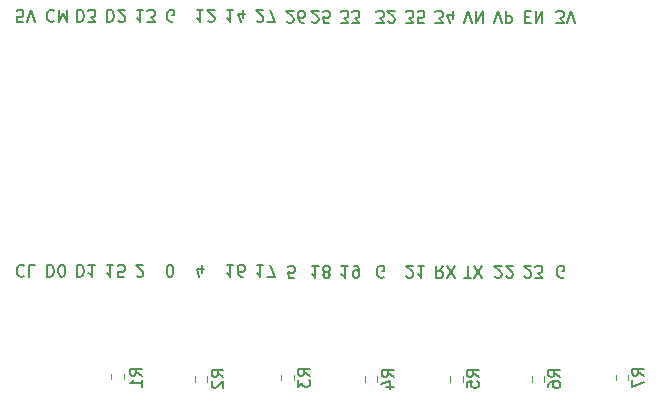
<source format=gbr>
%TF.GenerationSoftware,KiCad,Pcbnew,7.0.10*%
%TF.CreationDate,2024-02-03T19:37:43+01:00*%
%TF.ProjectId,led_stairs_controller,6c65645f-7374-4616-9972-735f636f6e74,V0.1*%
%TF.SameCoordinates,Original*%
%TF.FileFunction,Legend,Bot*%
%TF.FilePolarity,Positive*%
%FSLAX46Y46*%
G04 Gerber Fmt 4.6, Leading zero omitted, Abs format (unit mm)*
G04 Created by KiCad (PCBNEW 7.0.10) date 2024-02-03 19:37:43*
%MOMM*%
%LPD*%
G01*
G04 APERTURE LIST*
%ADD10C,0.150000*%
%ADD11C,0.120000*%
G04 APERTURE END LIST*
D10*
X136264160Y-104332442D02*
X136311779Y-104380061D01*
X136311779Y-104380061D02*
X136407017Y-104427680D01*
X136407017Y-104427680D02*
X136645112Y-104427680D01*
X136645112Y-104427680D02*
X136740350Y-104380061D01*
X136740350Y-104380061D02*
X136787969Y-104332442D01*
X136787969Y-104332442D02*
X136835588Y-104237204D01*
X136835588Y-104237204D02*
X136835588Y-104141966D01*
X136835588Y-104141966D02*
X136787969Y-103999109D01*
X136787969Y-103999109D02*
X136216541Y-103427680D01*
X136216541Y-103427680D02*
X136835588Y-103427680D01*
X137787969Y-103427680D02*
X137216541Y-103427680D01*
X137502255Y-103427680D02*
X137502255Y-104427680D01*
X137502255Y-104427680D02*
X137407017Y-104284823D01*
X137407017Y-104284823D02*
X137311779Y-104189585D01*
X137311779Y-104189585D02*
X137216541Y-104141966D01*
X126787969Y-104427680D02*
X126311779Y-104427680D01*
X126311779Y-104427680D02*
X126264160Y-103951490D01*
X126264160Y-103951490D02*
X126311779Y-103999109D01*
X126311779Y-103999109D02*
X126407017Y-104046728D01*
X126407017Y-104046728D02*
X126645112Y-104046728D01*
X126645112Y-104046728D02*
X126740350Y-103999109D01*
X126740350Y-103999109D02*
X126787969Y-103951490D01*
X126787969Y-103951490D02*
X126835588Y-103856252D01*
X126835588Y-103856252D02*
X126835588Y-103618157D01*
X126835588Y-103618157D02*
X126787969Y-103522919D01*
X126787969Y-103522919D02*
X126740350Y-103475300D01*
X126740350Y-103475300D02*
X126645112Y-103427680D01*
X126645112Y-103427680D02*
X126407017Y-103427680D01*
X126407017Y-103427680D02*
X126311779Y-103475300D01*
X126311779Y-103475300D02*
X126264160Y-103522919D01*
X143764160Y-104332442D02*
X143811779Y-104380061D01*
X143811779Y-104380061D02*
X143907017Y-104427680D01*
X143907017Y-104427680D02*
X144145112Y-104427680D01*
X144145112Y-104427680D02*
X144240350Y-104380061D01*
X144240350Y-104380061D02*
X144287969Y-104332442D01*
X144287969Y-104332442D02*
X144335588Y-104237204D01*
X144335588Y-104237204D02*
X144335588Y-104141966D01*
X144335588Y-104141966D02*
X144287969Y-103999109D01*
X144287969Y-103999109D02*
X143716541Y-103427680D01*
X143716541Y-103427680D02*
X144335588Y-103427680D01*
X144716541Y-104332442D02*
X144764160Y-104380061D01*
X144764160Y-104380061D02*
X144859398Y-104427680D01*
X144859398Y-104427680D02*
X145097493Y-104427680D01*
X145097493Y-104427680D02*
X145192731Y-104380061D01*
X145192731Y-104380061D02*
X145240350Y-104332442D01*
X145240350Y-104332442D02*
X145287969Y-104237204D01*
X145287969Y-104237204D02*
X145287969Y-104141966D01*
X145287969Y-104141966D02*
X145240350Y-103999109D01*
X145240350Y-103999109D02*
X144668922Y-103427680D01*
X144668922Y-103427680D02*
X145287969Y-103427680D01*
X126154160Y-82742442D02*
X126201779Y-82790061D01*
X126201779Y-82790061D02*
X126297017Y-82837680D01*
X126297017Y-82837680D02*
X126535112Y-82837680D01*
X126535112Y-82837680D02*
X126630350Y-82790061D01*
X126630350Y-82790061D02*
X126677969Y-82742442D01*
X126677969Y-82742442D02*
X126725588Y-82647204D01*
X126725588Y-82647204D02*
X126725588Y-82551966D01*
X126725588Y-82551966D02*
X126677969Y-82409109D01*
X126677969Y-82409109D02*
X126106541Y-81837680D01*
X126106541Y-81837680D02*
X126725588Y-81837680D01*
X127582731Y-82837680D02*
X127392255Y-82837680D01*
X127392255Y-82837680D02*
X127297017Y-82790061D01*
X127297017Y-82790061D02*
X127249398Y-82742442D01*
X127249398Y-82742442D02*
X127154160Y-82599585D01*
X127154160Y-82599585D02*
X127106541Y-82409109D01*
X127106541Y-82409109D02*
X127106541Y-82028157D01*
X127106541Y-82028157D02*
X127154160Y-81932919D01*
X127154160Y-81932919D02*
X127201779Y-81885300D01*
X127201779Y-81885300D02*
X127297017Y-81837680D01*
X127297017Y-81837680D02*
X127487493Y-81837680D01*
X127487493Y-81837680D02*
X127582731Y-81885300D01*
X127582731Y-81885300D02*
X127630350Y-81932919D01*
X127630350Y-81932919D02*
X127677969Y-82028157D01*
X127677969Y-82028157D02*
X127677969Y-82266252D01*
X127677969Y-82266252D02*
X127630350Y-82361490D01*
X127630350Y-82361490D02*
X127582731Y-82409109D01*
X127582731Y-82409109D02*
X127487493Y-82456728D01*
X127487493Y-82456728D02*
X127297017Y-82456728D01*
X127297017Y-82456728D02*
X127201779Y-82409109D01*
X127201779Y-82409109D02*
X127154160Y-82361490D01*
X127154160Y-82361490D02*
X127106541Y-82266252D01*
X133716541Y-82837680D02*
X134335588Y-82837680D01*
X134335588Y-82837680D02*
X134002255Y-82456728D01*
X134002255Y-82456728D02*
X134145112Y-82456728D01*
X134145112Y-82456728D02*
X134240350Y-82409109D01*
X134240350Y-82409109D02*
X134287969Y-82361490D01*
X134287969Y-82361490D02*
X134335588Y-82266252D01*
X134335588Y-82266252D02*
X134335588Y-82028157D01*
X134335588Y-82028157D02*
X134287969Y-81932919D01*
X134287969Y-81932919D02*
X134240350Y-81885300D01*
X134240350Y-81885300D02*
X134145112Y-81837680D01*
X134145112Y-81837680D02*
X133859398Y-81837680D01*
X133859398Y-81837680D02*
X133764160Y-81885300D01*
X133764160Y-81885300D02*
X133716541Y-81932919D01*
X134716541Y-82742442D02*
X134764160Y-82790061D01*
X134764160Y-82790061D02*
X134859398Y-82837680D01*
X134859398Y-82837680D02*
X135097493Y-82837680D01*
X135097493Y-82837680D02*
X135192731Y-82790061D01*
X135192731Y-82790061D02*
X135240350Y-82742442D01*
X135240350Y-82742442D02*
X135287969Y-82647204D01*
X135287969Y-82647204D02*
X135287969Y-82551966D01*
X135287969Y-82551966D02*
X135240350Y-82409109D01*
X135240350Y-82409109D02*
X134668922Y-81837680D01*
X134668922Y-81837680D02*
X135287969Y-81837680D01*
X108396779Y-81767680D02*
X108396779Y-82767680D01*
X108396779Y-82767680D02*
X108634874Y-82767680D01*
X108634874Y-82767680D02*
X108777731Y-82720061D01*
X108777731Y-82720061D02*
X108872969Y-82624823D01*
X108872969Y-82624823D02*
X108920588Y-82529585D01*
X108920588Y-82529585D02*
X108968207Y-82339109D01*
X108968207Y-82339109D02*
X108968207Y-82196252D01*
X108968207Y-82196252D02*
X108920588Y-82005776D01*
X108920588Y-82005776D02*
X108872969Y-81910538D01*
X108872969Y-81910538D02*
X108777731Y-81815300D01*
X108777731Y-81815300D02*
X108634874Y-81767680D01*
X108634874Y-81767680D02*
X108396779Y-81767680D01*
X109301541Y-82767680D02*
X109920588Y-82767680D01*
X109920588Y-82767680D02*
X109587255Y-82386728D01*
X109587255Y-82386728D02*
X109730112Y-82386728D01*
X109730112Y-82386728D02*
X109825350Y-82339109D01*
X109825350Y-82339109D02*
X109872969Y-82291490D01*
X109872969Y-82291490D02*
X109920588Y-82196252D01*
X109920588Y-82196252D02*
X109920588Y-81958157D01*
X109920588Y-81958157D02*
X109872969Y-81862919D01*
X109872969Y-81862919D02*
X109825350Y-81815300D01*
X109825350Y-81815300D02*
X109730112Y-81767680D01*
X109730112Y-81767680D02*
X109444398Y-81767680D01*
X109444398Y-81767680D02*
X109349160Y-81815300D01*
X109349160Y-81815300D02*
X109301541Y-81862919D01*
X130716541Y-82837680D02*
X131335588Y-82837680D01*
X131335588Y-82837680D02*
X131002255Y-82456728D01*
X131002255Y-82456728D02*
X131145112Y-82456728D01*
X131145112Y-82456728D02*
X131240350Y-82409109D01*
X131240350Y-82409109D02*
X131287969Y-82361490D01*
X131287969Y-82361490D02*
X131335588Y-82266252D01*
X131335588Y-82266252D02*
X131335588Y-82028157D01*
X131335588Y-82028157D02*
X131287969Y-81932919D01*
X131287969Y-81932919D02*
X131240350Y-81885300D01*
X131240350Y-81885300D02*
X131145112Y-81837680D01*
X131145112Y-81837680D02*
X130859398Y-81837680D01*
X130859398Y-81837680D02*
X130764160Y-81885300D01*
X130764160Y-81885300D02*
X130716541Y-81932919D01*
X131668922Y-82837680D02*
X132287969Y-82837680D01*
X132287969Y-82837680D02*
X131954636Y-82456728D01*
X131954636Y-82456728D02*
X132097493Y-82456728D01*
X132097493Y-82456728D02*
X132192731Y-82409109D01*
X132192731Y-82409109D02*
X132240350Y-82361490D01*
X132240350Y-82361490D02*
X132287969Y-82266252D01*
X132287969Y-82266252D02*
X132287969Y-82028157D01*
X132287969Y-82028157D02*
X132240350Y-81932919D01*
X132240350Y-81932919D02*
X132192731Y-81885300D01*
X132192731Y-81885300D02*
X132097493Y-81837680D01*
X132097493Y-81837680D02*
X131811779Y-81837680D01*
X131811779Y-81837680D02*
X131716541Y-81885300D01*
X131716541Y-81885300D02*
X131668922Y-81932919D01*
X103888207Y-103452919D02*
X103840588Y-103405300D01*
X103840588Y-103405300D02*
X103697731Y-103357680D01*
X103697731Y-103357680D02*
X103602493Y-103357680D01*
X103602493Y-103357680D02*
X103459636Y-103405300D01*
X103459636Y-103405300D02*
X103364398Y-103500538D01*
X103364398Y-103500538D02*
X103316779Y-103595776D01*
X103316779Y-103595776D02*
X103269160Y-103786252D01*
X103269160Y-103786252D02*
X103269160Y-103929109D01*
X103269160Y-103929109D02*
X103316779Y-104119585D01*
X103316779Y-104119585D02*
X103364398Y-104214823D01*
X103364398Y-104214823D02*
X103459636Y-104310061D01*
X103459636Y-104310061D02*
X103602493Y-104357680D01*
X103602493Y-104357680D02*
X103697731Y-104357680D01*
X103697731Y-104357680D02*
X103840588Y-104310061D01*
X103840588Y-104310061D02*
X103888207Y-104262442D01*
X104792969Y-103357680D02*
X104316779Y-103357680D01*
X104316779Y-103357680D02*
X104316779Y-104357680D01*
X143668922Y-82837680D02*
X144002255Y-81837680D01*
X144002255Y-81837680D02*
X144335588Y-82837680D01*
X144668922Y-81837680D02*
X144668922Y-82837680D01*
X144668922Y-82837680D02*
X145049874Y-82837680D01*
X145049874Y-82837680D02*
X145145112Y-82790061D01*
X145145112Y-82790061D02*
X145192731Y-82742442D01*
X145192731Y-82742442D02*
X145240350Y-82647204D01*
X145240350Y-82647204D02*
X145240350Y-82504347D01*
X145240350Y-82504347D02*
X145192731Y-82409109D01*
X145192731Y-82409109D02*
X145145112Y-82361490D01*
X145145112Y-82361490D02*
X145049874Y-82313871D01*
X145049874Y-82313871D02*
X144668922Y-82313871D01*
X119080588Y-81767680D02*
X118509160Y-81767680D01*
X118794874Y-81767680D02*
X118794874Y-82767680D01*
X118794874Y-82767680D02*
X118699636Y-82624823D01*
X118699636Y-82624823D02*
X118604398Y-82529585D01*
X118604398Y-82529585D02*
X118509160Y-82481966D01*
X119461541Y-82672442D02*
X119509160Y-82720061D01*
X119509160Y-82720061D02*
X119604398Y-82767680D01*
X119604398Y-82767680D02*
X119842493Y-82767680D01*
X119842493Y-82767680D02*
X119937731Y-82720061D01*
X119937731Y-82720061D02*
X119985350Y-82672442D01*
X119985350Y-82672442D02*
X120032969Y-82577204D01*
X120032969Y-82577204D02*
X120032969Y-82481966D01*
X120032969Y-82481966D02*
X119985350Y-82339109D01*
X119985350Y-82339109D02*
X119413922Y-81767680D01*
X119413922Y-81767680D02*
X120032969Y-81767680D01*
X106428207Y-81862919D02*
X106380588Y-81815300D01*
X106380588Y-81815300D02*
X106237731Y-81767680D01*
X106237731Y-81767680D02*
X106142493Y-81767680D01*
X106142493Y-81767680D02*
X105999636Y-81815300D01*
X105999636Y-81815300D02*
X105904398Y-81910538D01*
X105904398Y-81910538D02*
X105856779Y-82005776D01*
X105856779Y-82005776D02*
X105809160Y-82196252D01*
X105809160Y-82196252D02*
X105809160Y-82339109D01*
X105809160Y-82339109D02*
X105856779Y-82529585D01*
X105856779Y-82529585D02*
X105904398Y-82624823D01*
X105904398Y-82624823D02*
X105999636Y-82720061D01*
X105999636Y-82720061D02*
X106142493Y-82767680D01*
X106142493Y-82767680D02*
X106237731Y-82767680D01*
X106237731Y-82767680D02*
X106380588Y-82720061D01*
X106380588Y-82720061D02*
X106428207Y-82672442D01*
X106856779Y-81767680D02*
X106856779Y-82767680D01*
X106856779Y-82767680D02*
X107190112Y-82053395D01*
X107190112Y-82053395D02*
X107523445Y-82767680D01*
X107523445Y-82767680D02*
X107523445Y-81767680D01*
X138716541Y-82837680D02*
X139335588Y-82837680D01*
X139335588Y-82837680D02*
X139002255Y-82456728D01*
X139002255Y-82456728D02*
X139145112Y-82456728D01*
X139145112Y-82456728D02*
X139240350Y-82409109D01*
X139240350Y-82409109D02*
X139287969Y-82361490D01*
X139287969Y-82361490D02*
X139335588Y-82266252D01*
X139335588Y-82266252D02*
X139335588Y-82028157D01*
X139335588Y-82028157D02*
X139287969Y-81932919D01*
X139287969Y-81932919D02*
X139240350Y-81885300D01*
X139240350Y-81885300D02*
X139145112Y-81837680D01*
X139145112Y-81837680D02*
X138859398Y-81837680D01*
X138859398Y-81837680D02*
X138764160Y-81885300D01*
X138764160Y-81885300D02*
X138716541Y-81932919D01*
X140192731Y-82504347D02*
X140192731Y-81837680D01*
X139954636Y-82885300D02*
X139716541Y-82171014D01*
X139716541Y-82171014D02*
X140335588Y-82171014D01*
X124160588Y-103357680D02*
X123589160Y-103357680D01*
X123874874Y-103357680D02*
X123874874Y-104357680D01*
X123874874Y-104357680D02*
X123779636Y-104214823D01*
X123779636Y-104214823D02*
X123684398Y-104119585D01*
X123684398Y-104119585D02*
X123589160Y-104071966D01*
X124493922Y-104357680D02*
X125160588Y-104357680D01*
X125160588Y-104357680D02*
X124732017Y-103357680D01*
X105856779Y-103357680D02*
X105856779Y-104357680D01*
X105856779Y-104357680D02*
X106094874Y-104357680D01*
X106094874Y-104357680D02*
X106237731Y-104310061D01*
X106237731Y-104310061D02*
X106332969Y-104214823D01*
X106332969Y-104214823D02*
X106380588Y-104119585D01*
X106380588Y-104119585D02*
X106428207Y-103929109D01*
X106428207Y-103929109D02*
X106428207Y-103786252D01*
X106428207Y-103786252D02*
X106380588Y-103595776D01*
X106380588Y-103595776D02*
X106332969Y-103500538D01*
X106332969Y-103500538D02*
X106237731Y-103405300D01*
X106237731Y-103405300D02*
X106094874Y-103357680D01*
X106094874Y-103357680D02*
X105856779Y-103357680D01*
X107047255Y-104357680D02*
X107142493Y-104357680D01*
X107142493Y-104357680D02*
X107237731Y-104310061D01*
X107237731Y-104310061D02*
X107285350Y-104262442D01*
X107285350Y-104262442D02*
X107332969Y-104167204D01*
X107332969Y-104167204D02*
X107380588Y-103976728D01*
X107380588Y-103976728D02*
X107380588Y-103738633D01*
X107380588Y-103738633D02*
X107332969Y-103548157D01*
X107332969Y-103548157D02*
X107285350Y-103452919D01*
X107285350Y-103452919D02*
X107237731Y-103405300D01*
X107237731Y-103405300D02*
X107142493Y-103357680D01*
X107142493Y-103357680D02*
X107047255Y-103357680D01*
X107047255Y-103357680D02*
X106952017Y-103405300D01*
X106952017Y-103405300D02*
X106904398Y-103452919D01*
X106904398Y-103452919D02*
X106856779Y-103548157D01*
X106856779Y-103548157D02*
X106809160Y-103738633D01*
X106809160Y-103738633D02*
X106809160Y-103976728D01*
X106809160Y-103976728D02*
X106856779Y-104167204D01*
X106856779Y-104167204D02*
X106904398Y-104262442D01*
X106904398Y-104262442D02*
X106952017Y-104310061D01*
X106952017Y-104310061D02*
X107047255Y-104357680D01*
X108396779Y-103357680D02*
X108396779Y-104357680D01*
X108396779Y-104357680D02*
X108634874Y-104357680D01*
X108634874Y-104357680D02*
X108777731Y-104310061D01*
X108777731Y-104310061D02*
X108872969Y-104214823D01*
X108872969Y-104214823D02*
X108920588Y-104119585D01*
X108920588Y-104119585D02*
X108968207Y-103929109D01*
X108968207Y-103929109D02*
X108968207Y-103786252D01*
X108968207Y-103786252D02*
X108920588Y-103595776D01*
X108920588Y-103595776D02*
X108872969Y-103500538D01*
X108872969Y-103500538D02*
X108777731Y-103405300D01*
X108777731Y-103405300D02*
X108634874Y-103357680D01*
X108634874Y-103357680D02*
X108396779Y-103357680D01*
X109920588Y-103357680D02*
X109349160Y-103357680D01*
X109634874Y-103357680D02*
X109634874Y-104357680D01*
X109634874Y-104357680D02*
X109539636Y-104214823D01*
X109539636Y-104214823D02*
X109444398Y-104119585D01*
X109444398Y-104119585D02*
X109349160Y-104071966D01*
X141168922Y-104427680D02*
X141740350Y-104427680D01*
X141454636Y-103427680D02*
X141454636Y-104427680D01*
X141978446Y-104427680D02*
X142645112Y-103427680D01*
X142645112Y-104427680D02*
X141978446Y-103427680D01*
X128264160Y-82742442D02*
X128311779Y-82790061D01*
X128311779Y-82790061D02*
X128407017Y-82837680D01*
X128407017Y-82837680D02*
X128645112Y-82837680D01*
X128645112Y-82837680D02*
X128740350Y-82790061D01*
X128740350Y-82790061D02*
X128787969Y-82742442D01*
X128787969Y-82742442D02*
X128835588Y-82647204D01*
X128835588Y-82647204D02*
X128835588Y-82551966D01*
X128835588Y-82551966D02*
X128787969Y-82409109D01*
X128787969Y-82409109D02*
X128216541Y-81837680D01*
X128216541Y-81837680D02*
X128835588Y-81837680D01*
X129740350Y-82837680D02*
X129264160Y-82837680D01*
X129264160Y-82837680D02*
X129216541Y-82361490D01*
X129216541Y-82361490D02*
X129264160Y-82409109D01*
X129264160Y-82409109D02*
X129359398Y-82456728D01*
X129359398Y-82456728D02*
X129597493Y-82456728D01*
X129597493Y-82456728D02*
X129692731Y-82409109D01*
X129692731Y-82409109D02*
X129740350Y-82361490D01*
X129740350Y-82361490D02*
X129787969Y-82266252D01*
X129787969Y-82266252D02*
X129787969Y-82028157D01*
X129787969Y-82028157D02*
X129740350Y-81932919D01*
X129740350Y-81932919D02*
X129692731Y-81885300D01*
X129692731Y-81885300D02*
X129597493Y-81837680D01*
X129597493Y-81837680D02*
X129359398Y-81837680D01*
X129359398Y-81837680D02*
X129264160Y-81885300D01*
X129264160Y-81885300D02*
X129216541Y-81932919D01*
X134335588Y-104380061D02*
X134240350Y-104427680D01*
X134240350Y-104427680D02*
X134097493Y-104427680D01*
X134097493Y-104427680D02*
X133954636Y-104380061D01*
X133954636Y-104380061D02*
X133859398Y-104284823D01*
X133859398Y-104284823D02*
X133811779Y-104189585D01*
X133811779Y-104189585D02*
X133764160Y-103999109D01*
X133764160Y-103999109D02*
X133764160Y-103856252D01*
X133764160Y-103856252D02*
X133811779Y-103665776D01*
X133811779Y-103665776D02*
X133859398Y-103570538D01*
X133859398Y-103570538D02*
X133954636Y-103475300D01*
X133954636Y-103475300D02*
X134097493Y-103427680D01*
X134097493Y-103427680D02*
X134192731Y-103427680D01*
X134192731Y-103427680D02*
X134335588Y-103475300D01*
X134335588Y-103475300D02*
X134383207Y-103522919D01*
X134383207Y-103522919D02*
X134383207Y-103856252D01*
X134383207Y-103856252D02*
X134192731Y-103856252D01*
X110936779Y-81767680D02*
X110936779Y-82767680D01*
X110936779Y-82767680D02*
X111174874Y-82767680D01*
X111174874Y-82767680D02*
X111317731Y-82720061D01*
X111317731Y-82720061D02*
X111412969Y-82624823D01*
X111412969Y-82624823D02*
X111460588Y-82529585D01*
X111460588Y-82529585D02*
X111508207Y-82339109D01*
X111508207Y-82339109D02*
X111508207Y-82196252D01*
X111508207Y-82196252D02*
X111460588Y-82005776D01*
X111460588Y-82005776D02*
X111412969Y-81910538D01*
X111412969Y-81910538D02*
X111317731Y-81815300D01*
X111317731Y-81815300D02*
X111174874Y-81767680D01*
X111174874Y-81767680D02*
X110936779Y-81767680D01*
X111889160Y-82672442D02*
X111936779Y-82720061D01*
X111936779Y-82720061D02*
X112032017Y-82767680D01*
X112032017Y-82767680D02*
X112270112Y-82767680D01*
X112270112Y-82767680D02*
X112365350Y-82720061D01*
X112365350Y-82720061D02*
X112412969Y-82672442D01*
X112412969Y-82672442D02*
X112460588Y-82577204D01*
X112460588Y-82577204D02*
X112460588Y-82481966D01*
X112460588Y-82481966D02*
X112412969Y-82339109D01*
X112412969Y-82339109D02*
X111841541Y-81767680D01*
X111841541Y-81767680D02*
X112460588Y-81767680D01*
X141168922Y-82837680D02*
X141502255Y-81837680D01*
X141502255Y-81837680D02*
X141835588Y-82837680D01*
X142168922Y-81837680D02*
X142168922Y-82837680D01*
X142168922Y-82837680D02*
X142740350Y-81837680D01*
X142740350Y-81837680D02*
X142740350Y-82837680D01*
X113429160Y-104262442D02*
X113476779Y-104310061D01*
X113476779Y-104310061D02*
X113572017Y-104357680D01*
X113572017Y-104357680D02*
X113810112Y-104357680D01*
X113810112Y-104357680D02*
X113905350Y-104310061D01*
X113905350Y-104310061D02*
X113952969Y-104262442D01*
X113952969Y-104262442D02*
X114000588Y-104167204D01*
X114000588Y-104167204D02*
X114000588Y-104071966D01*
X114000588Y-104071966D02*
X113952969Y-103929109D01*
X113952969Y-103929109D02*
X113381541Y-103357680D01*
X113381541Y-103357680D02*
X114000588Y-103357680D01*
X123589160Y-82672442D02*
X123636779Y-82720061D01*
X123636779Y-82720061D02*
X123732017Y-82767680D01*
X123732017Y-82767680D02*
X123970112Y-82767680D01*
X123970112Y-82767680D02*
X124065350Y-82720061D01*
X124065350Y-82720061D02*
X124112969Y-82672442D01*
X124112969Y-82672442D02*
X124160588Y-82577204D01*
X124160588Y-82577204D02*
X124160588Y-82481966D01*
X124160588Y-82481966D02*
X124112969Y-82339109D01*
X124112969Y-82339109D02*
X123541541Y-81767680D01*
X123541541Y-81767680D02*
X124160588Y-81767680D01*
X124493922Y-82767680D02*
X125160588Y-82767680D01*
X125160588Y-82767680D02*
X124732017Y-81767680D01*
X148966541Y-82837680D02*
X149585588Y-82837680D01*
X149585588Y-82837680D02*
X149252255Y-82456728D01*
X149252255Y-82456728D02*
X149395112Y-82456728D01*
X149395112Y-82456728D02*
X149490350Y-82409109D01*
X149490350Y-82409109D02*
X149537969Y-82361490D01*
X149537969Y-82361490D02*
X149585588Y-82266252D01*
X149585588Y-82266252D02*
X149585588Y-82028157D01*
X149585588Y-82028157D02*
X149537969Y-81932919D01*
X149537969Y-81932919D02*
X149490350Y-81885300D01*
X149490350Y-81885300D02*
X149395112Y-81837680D01*
X149395112Y-81837680D02*
X149109398Y-81837680D01*
X149109398Y-81837680D02*
X149014160Y-81885300D01*
X149014160Y-81885300D02*
X148966541Y-81932919D01*
X149871303Y-82837680D02*
X150204636Y-81837680D01*
X150204636Y-81837680D02*
X150537969Y-82837680D01*
X103792969Y-82767680D02*
X103316779Y-82767680D01*
X103316779Y-82767680D02*
X103269160Y-82291490D01*
X103269160Y-82291490D02*
X103316779Y-82339109D01*
X103316779Y-82339109D02*
X103412017Y-82386728D01*
X103412017Y-82386728D02*
X103650112Y-82386728D01*
X103650112Y-82386728D02*
X103745350Y-82339109D01*
X103745350Y-82339109D02*
X103792969Y-82291490D01*
X103792969Y-82291490D02*
X103840588Y-82196252D01*
X103840588Y-82196252D02*
X103840588Y-81958157D01*
X103840588Y-81958157D02*
X103792969Y-81862919D01*
X103792969Y-81862919D02*
X103745350Y-81815300D01*
X103745350Y-81815300D02*
X103650112Y-81767680D01*
X103650112Y-81767680D02*
X103412017Y-81767680D01*
X103412017Y-81767680D02*
X103316779Y-81815300D01*
X103316779Y-81815300D02*
X103269160Y-81862919D01*
X104126303Y-82767680D02*
X104459636Y-81767680D01*
X104459636Y-81767680D02*
X104792969Y-82767680D01*
X128835588Y-103427680D02*
X128264160Y-103427680D01*
X128549874Y-103427680D02*
X128549874Y-104427680D01*
X128549874Y-104427680D02*
X128454636Y-104284823D01*
X128454636Y-104284823D02*
X128359398Y-104189585D01*
X128359398Y-104189585D02*
X128264160Y-104141966D01*
X129407017Y-103999109D02*
X129311779Y-104046728D01*
X129311779Y-104046728D02*
X129264160Y-104094347D01*
X129264160Y-104094347D02*
X129216541Y-104189585D01*
X129216541Y-104189585D02*
X129216541Y-104237204D01*
X129216541Y-104237204D02*
X129264160Y-104332442D01*
X129264160Y-104332442D02*
X129311779Y-104380061D01*
X129311779Y-104380061D02*
X129407017Y-104427680D01*
X129407017Y-104427680D02*
X129597493Y-104427680D01*
X129597493Y-104427680D02*
X129692731Y-104380061D01*
X129692731Y-104380061D02*
X129740350Y-104332442D01*
X129740350Y-104332442D02*
X129787969Y-104237204D01*
X129787969Y-104237204D02*
X129787969Y-104189585D01*
X129787969Y-104189585D02*
X129740350Y-104094347D01*
X129740350Y-104094347D02*
X129692731Y-104046728D01*
X129692731Y-104046728D02*
X129597493Y-103999109D01*
X129597493Y-103999109D02*
X129407017Y-103999109D01*
X129407017Y-103999109D02*
X129311779Y-103951490D01*
X129311779Y-103951490D02*
X129264160Y-103903871D01*
X129264160Y-103903871D02*
X129216541Y-103808633D01*
X129216541Y-103808633D02*
X129216541Y-103618157D01*
X129216541Y-103618157D02*
X129264160Y-103522919D01*
X129264160Y-103522919D02*
X129311779Y-103475300D01*
X129311779Y-103475300D02*
X129407017Y-103427680D01*
X129407017Y-103427680D02*
X129597493Y-103427680D01*
X129597493Y-103427680D02*
X129692731Y-103475300D01*
X129692731Y-103475300D02*
X129740350Y-103522919D01*
X129740350Y-103522919D02*
X129787969Y-103618157D01*
X129787969Y-103618157D02*
X129787969Y-103808633D01*
X129787969Y-103808633D02*
X129740350Y-103903871D01*
X129740350Y-103903871D02*
X129692731Y-103951490D01*
X129692731Y-103951490D02*
X129597493Y-103999109D01*
X149585588Y-104380061D02*
X149490350Y-104427680D01*
X149490350Y-104427680D02*
X149347493Y-104427680D01*
X149347493Y-104427680D02*
X149204636Y-104380061D01*
X149204636Y-104380061D02*
X149109398Y-104284823D01*
X149109398Y-104284823D02*
X149061779Y-104189585D01*
X149061779Y-104189585D02*
X149014160Y-103999109D01*
X149014160Y-103999109D02*
X149014160Y-103856252D01*
X149014160Y-103856252D02*
X149061779Y-103665776D01*
X149061779Y-103665776D02*
X149109398Y-103570538D01*
X149109398Y-103570538D02*
X149204636Y-103475300D01*
X149204636Y-103475300D02*
X149347493Y-103427680D01*
X149347493Y-103427680D02*
X149442731Y-103427680D01*
X149442731Y-103427680D02*
X149585588Y-103475300D01*
X149585588Y-103475300D02*
X149633207Y-103522919D01*
X149633207Y-103522919D02*
X149633207Y-103856252D01*
X149633207Y-103856252D02*
X149442731Y-103856252D01*
X111460588Y-103357680D02*
X110889160Y-103357680D01*
X111174874Y-103357680D02*
X111174874Y-104357680D01*
X111174874Y-104357680D02*
X111079636Y-104214823D01*
X111079636Y-104214823D02*
X110984398Y-104119585D01*
X110984398Y-104119585D02*
X110889160Y-104071966D01*
X112365350Y-104357680D02*
X111889160Y-104357680D01*
X111889160Y-104357680D02*
X111841541Y-103881490D01*
X111841541Y-103881490D02*
X111889160Y-103929109D01*
X111889160Y-103929109D02*
X111984398Y-103976728D01*
X111984398Y-103976728D02*
X112222493Y-103976728D01*
X112222493Y-103976728D02*
X112317731Y-103929109D01*
X112317731Y-103929109D02*
X112365350Y-103881490D01*
X112365350Y-103881490D02*
X112412969Y-103786252D01*
X112412969Y-103786252D02*
X112412969Y-103548157D01*
X112412969Y-103548157D02*
X112365350Y-103452919D01*
X112365350Y-103452919D02*
X112317731Y-103405300D01*
X112317731Y-103405300D02*
X112222493Y-103357680D01*
X112222493Y-103357680D02*
X111984398Y-103357680D01*
X111984398Y-103357680D02*
X111889160Y-103405300D01*
X111889160Y-103405300D02*
X111841541Y-103452919D01*
X121620588Y-81767680D02*
X121049160Y-81767680D01*
X121334874Y-81767680D02*
X121334874Y-82767680D01*
X121334874Y-82767680D02*
X121239636Y-82624823D01*
X121239636Y-82624823D02*
X121144398Y-82529585D01*
X121144398Y-82529585D02*
X121049160Y-82481966D01*
X122477731Y-82434347D02*
X122477731Y-81767680D01*
X122239636Y-82815300D02*
X122001541Y-82101014D01*
X122001541Y-82101014D02*
X122620588Y-82101014D01*
X121620588Y-103357680D02*
X121049160Y-103357680D01*
X121334874Y-103357680D02*
X121334874Y-104357680D01*
X121334874Y-104357680D02*
X121239636Y-104214823D01*
X121239636Y-104214823D02*
X121144398Y-104119585D01*
X121144398Y-104119585D02*
X121049160Y-104071966D01*
X122477731Y-104357680D02*
X122287255Y-104357680D01*
X122287255Y-104357680D02*
X122192017Y-104310061D01*
X122192017Y-104310061D02*
X122144398Y-104262442D01*
X122144398Y-104262442D02*
X122049160Y-104119585D01*
X122049160Y-104119585D02*
X122001541Y-103929109D01*
X122001541Y-103929109D02*
X122001541Y-103548157D01*
X122001541Y-103548157D02*
X122049160Y-103452919D01*
X122049160Y-103452919D02*
X122096779Y-103405300D01*
X122096779Y-103405300D02*
X122192017Y-103357680D01*
X122192017Y-103357680D02*
X122382493Y-103357680D01*
X122382493Y-103357680D02*
X122477731Y-103405300D01*
X122477731Y-103405300D02*
X122525350Y-103452919D01*
X122525350Y-103452919D02*
X122572969Y-103548157D01*
X122572969Y-103548157D02*
X122572969Y-103786252D01*
X122572969Y-103786252D02*
X122525350Y-103881490D01*
X122525350Y-103881490D02*
X122477731Y-103929109D01*
X122477731Y-103929109D02*
X122382493Y-103976728D01*
X122382493Y-103976728D02*
X122192017Y-103976728D01*
X122192017Y-103976728D02*
X122096779Y-103929109D01*
X122096779Y-103929109D02*
X122049160Y-103881490D01*
X122049160Y-103881490D02*
X122001541Y-103786252D01*
X116540588Y-82720061D02*
X116445350Y-82767680D01*
X116445350Y-82767680D02*
X116302493Y-82767680D01*
X116302493Y-82767680D02*
X116159636Y-82720061D01*
X116159636Y-82720061D02*
X116064398Y-82624823D01*
X116064398Y-82624823D02*
X116016779Y-82529585D01*
X116016779Y-82529585D02*
X115969160Y-82339109D01*
X115969160Y-82339109D02*
X115969160Y-82196252D01*
X115969160Y-82196252D02*
X116016779Y-82005776D01*
X116016779Y-82005776D02*
X116064398Y-81910538D01*
X116064398Y-81910538D02*
X116159636Y-81815300D01*
X116159636Y-81815300D02*
X116302493Y-81767680D01*
X116302493Y-81767680D02*
X116397731Y-81767680D01*
X116397731Y-81767680D02*
X116540588Y-81815300D01*
X116540588Y-81815300D02*
X116588207Y-81862919D01*
X116588207Y-81862919D02*
X116588207Y-82196252D01*
X116588207Y-82196252D02*
X116397731Y-82196252D01*
X116207255Y-104357680D02*
X116302493Y-104357680D01*
X116302493Y-104357680D02*
X116397731Y-104310061D01*
X116397731Y-104310061D02*
X116445350Y-104262442D01*
X116445350Y-104262442D02*
X116492969Y-104167204D01*
X116492969Y-104167204D02*
X116540588Y-103976728D01*
X116540588Y-103976728D02*
X116540588Y-103738633D01*
X116540588Y-103738633D02*
X116492969Y-103548157D01*
X116492969Y-103548157D02*
X116445350Y-103452919D01*
X116445350Y-103452919D02*
X116397731Y-103405300D01*
X116397731Y-103405300D02*
X116302493Y-103357680D01*
X116302493Y-103357680D02*
X116207255Y-103357680D01*
X116207255Y-103357680D02*
X116112017Y-103405300D01*
X116112017Y-103405300D02*
X116064398Y-103452919D01*
X116064398Y-103452919D02*
X116016779Y-103548157D01*
X116016779Y-103548157D02*
X115969160Y-103738633D01*
X115969160Y-103738633D02*
X115969160Y-103976728D01*
X115969160Y-103976728D02*
X116016779Y-104167204D01*
X116016779Y-104167204D02*
X116064398Y-104262442D01*
X116064398Y-104262442D02*
X116112017Y-104310061D01*
X116112017Y-104310061D02*
X116207255Y-104357680D01*
X131335588Y-103427680D02*
X130764160Y-103427680D01*
X131049874Y-103427680D02*
X131049874Y-104427680D01*
X131049874Y-104427680D02*
X130954636Y-104284823D01*
X130954636Y-104284823D02*
X130859398Y-104189585D01*
X130859398Y-104189585D02*
X130764160Y-104141966D01*
X131811779Y-103427680D02*
X132002255Y-103427680D01*
X132002255Y-103427680D02*
X132097493Y-103475300D01*
X132097493Y-103475300D02*
X132145112Y-103522919D01*
X132145112Y-103522919D02*
X132240350Y-103665776D01*
X132240350Y-103665776D02*
X132287969Y-103856252D01*
X132287969Y-103856252D02*
X132287969Y-104237204D01*
X132287969Y-104237204D02*
X132240350Y-104332442D01*
X132240350Y-104332442D02*
X132192731Y-104380061D01*
X132192731Y-104380061D02*
X132097493Y-104427680D01*
X132097493Y-104427680D02*
X131907017Y-104427680D01*
X131907017Y-104427680D02*
X131811779Y-104380061D01*
X131811779Y-104380061D02*
X131764160Y-104332442D01*
X131764160Y-104332442D02*
X131716541Y-104237204D01*
X131716541Y-104237204D02*
X131716541Y-103999109D01*
X131716541Y-103999109D02*
X131764160Y-103903871D01*
X131764160Y-103903871D02*
X131811779Y-103856252D01*
X131811779Y-103856252D02*
X131907017Y-103808633D01*
X131907017Y-103808633D02*
X132097493Y-103808633D01*
X132097493Y-103808633D02*
X132192731Y-103856252D01*
X132192731Y-103856252D02*
X132240350Y-103903871D01*
X132240350Y-103903871D02*
X132287969Y-103999109D01*
X136216541Y-82837680D02*
X136835588Y-82837680D01*
X136835588Y-82837680D02*
X136502255Y-82456728D01*
X136502255Y-82456728D02*
X136645112Y-82456728D01*
X136645112Y-82456728D02*
X136740350Y-82409109D01*
X136740350Y-82409109D02*
X136787969Y-82361490D01*
X136787969Y-82361490D02*
X136835588Y-82266252D01*
X136835588Y-82266252D02*
X136835588Y-82028157D01*
X136835588Y-82028157D02*
X136787969Y-81932919D01*
X136787969Y-81932919D02*
X136740350Y-81885300D01*
X136740350Y-81885300D02*
X136645112Y-81837680D01*
X136645112Y-81837680D02*
X136359398Y-81837680D01*
X136359398Y-81837680D02*
X136264160Y-81885300D01*
X136264160Y-81885300D02*
X136216541Y-81932919D01*
X137740350Y-82837680D02*
X137264160Y-82837680D01*
X137264160Y-82837680D02*
X137216541Y-82361490D01*
X137216541Y-82361490D02*
X137264160Y-82409109D01*
X137264160Y-82409109D02*
X137359398Y-82456728D01*
X137359398Y-82456728D02*
X137597493Y-82456728D01*
X137597493Y-82456728D02*
X137692731Y-82409109D01*
X137692731Y-82409109D02*
X137740350Y-82361490D01*
X137740350Y-82361490D02*
X137787969Y-82266252D01*
X137787969Y-82266252D02*
X137787969Y-82028157D01*
X137787969Y-82028157D02*
X137740350Y-81932919D01*
X137740350Y-81932919D02*
X137692731Y-81885300D01*
X137692731Y-81885300D02*
X137597493Y-81837680D01*
X137597493Y-81837680D02*
X137359398Y-81837680D01*
X137359398Y-81837680D02*
X137264160Y-81885300D01*
X137264160Y-81885300D02*
X137216541Y-81932919D01*
X146264160Y-104332442D02*
X146311779Y-104380061D01*
X146311779Y-104380061D02*
X146407017Y-104427680D01*
X146407017Y-104427680D02*
X146645112Y-104427680D01*
X146645112Y-104427680D02*
X146740350Y-104380061D01*
X146740350Y-104380061D02*
X146787969Y-104332442D01*
X146787969Y-104332442D02*
X146835588Y-104237204D01*
X146835588Y-104237204D02*
X146835588Y-104141966D01*
X146835588Y-104141966D02*
X146787969Y-103999109D01*
X146787969Y-103999109D02*
X146216541Y-103427680D01*
X146216541Y-103427680D02*
X146835588Y-103427680D01*
X147168922Y-104427680D02*
X147787969Y-104427680D01*
X147787969Y-104427680D02*
X147454636Y-104046728D01*
X147454636Y-104046728D02*
X147597493Y-104046728D01*
X147597493Y-104046728D02*
X147692731Y-103999109D01*
X147692731Y-103999109D02*
X147740350Y-103951490D01*
X147740350Y-103951490D02*
X147787969Y-103856252D01*
X147787969Y-103856252D02*
X147787969Y-103618157D01*
X147787969Y-103618157D02*
X147740350Y-103522919D01*
X147740350Y-103522919D02*
X147692731Y-103475300D01*
X147692731Y-103475300D02*
X147597493Y-103427680D01*
X147597493Y-103427680D02*
X147311779Y-103427680D01*
X147311779Y-103427680D02*
X147216541Y-103475300D01*
X147216541Y-103475300D02*
X147168922Y-103522919D01*
X114000588Y-81767680D02*
X113429160Y-81767680D01*
X113714874Y-81767680D02*
X113714874Y-82767680D01*
X113714874Y-82767680D02*
X113619636Y-82624823D01*
X113619636Y-82624823D02*
X113524398Y-82529585D01*
X113524398Y-82529585D02*
X113429160Y-82481966D01*
X114333922Y-82767680D02*
X114952969Y-82767680D01*
X114952969Y-82767680D02*
X114619636Y-82386728D01*
X114619636Y-82386728D02*
X114762493Y-82386728D01*
X114762493Y-82386728D02*
X114857731Y-82339109D01*
X114857731Y-82339109D02*
X114905350Y-82291490D01*
X114905350Y-82291490D02*
X114952969Y-82196252D01*
X114952969Y-82196252D02*
X114952969Y-81958157D01*
X114952969Y-81958157D02*
X114905350Y-81862919D01*
X114905350Y-81862919D02*
X114857731Y-81815300D01*
X114857731Y-81815300D02*
X114762493Y-81767680D01*
X114762493Y-81767680D02*
X114476779Y-81767680D01*
X114476779Y-81767680D02*
X114381541Y-81815300D01*
X114381541Y-81815300D02*
X114333922Y-81862919D01*
X118985350Y-104024347D02*
X118985350Y-103357680D01*
X118747255Y-104405300D02*
X118509160Y-103691014D01*
X118509160Y-103691014D02*
X119128207Y-103691014D01*
X139383207Y-103427680D02*
X139049874Y-103903871D01*
X138811779Y-103427680D02*
X138811779Y-104427680D01*
X138811779Y-104427680D02*
X139192731Y-104427680D01*
X139192731Y-104427680D02*
X139287969Y-104380061D01*
X139287969Y-104380061D02*
X139335588Y-104332442D01*
X139335588Y-104332442D02*
X139383207Y-104237204D01*
X139383207Y-104237204D02*
X139383207Y-104094347D01*
X139383207Y-104094347D02*
X139335588Y-103999109D01*
X139335588Y-103999109D02*
X139287969Y-103951490D01*
X139287969Y-103951490D02*
X139192731Y-103903871D01*
X139192731Y-103903871D02*
X138811779Y-103903871D01*
X139716541Y-104427680D02*
X140383207Y-103427680D01*
X140383207Y-104427680D02*
X139716541Y-103427680D01*
X146311779Y-82361490D02*
X146645112Y-82361490D01*
X146787969Y-81837680D02*
X146311779Y-81837680D01*
X146311779Y-81837680D02*
X146311779Y-82837680D01*
X146311779Y-82837680D02*
X146787969Y-82837680D01*
X147216541Y-81837680D02*
X147216541Y-82837680D01*
X147216541Y-82837680D02*
X147787969Y-81837680D01*
X147787969Y-81837680D02*
X147787969Y-82837680D01*
X113854819Y-112733333D02*
X113378628Y-112400000D01*
X113854819Y-112161905D02*
X112854819Y-112161905D01*
X112854819Y-112161905D02*
X112854819Y-112542857D01*
X112854819Y-112542857D02*
X112902438Y-112638095D01*
X112902438Y-112638095D02*
X112950057Y-112685714D01*
X112950057Y-112685714D02*
X113045295Y-112733333D01*
X113045295Y-112733333D02*
X113188152Y-112733333D01*
X113188152Y-112733333D02*
X113283390Y-112685714D01*
X113283390Y-112685714D02*
X113331009Y-112638095D01*
X113331009Y-112638095D02*
X113378628Y-112542857D01*
X113378628Y-112542857D02*
X113378628Y-112161905D01*
X113854819Y-113685714D02*
X113854819Y-113114286D01*
X113854819Y-113400000D02*
X112854819Y-113400000D01*
X112854819Y-113400000D02*
X112997676Y-113304762D01*
X112997676Y-113304762D02*
X113092914Y-113209524D01*
X113092914Y-113209524D02*
X113140533Y-113114286D01*
X156384819Y-112733333D02*
X155908628Y-112400000D01*
X156384819Y-112161905D02*
X155384819Y-112161905D01*
X155384819Y-112161905D02*
X155384819Y-112542857D01*
X155384819Y-112542857D02*
X155432438Y-112638095D01*
X155432438Y-112638095D02*
X155480057Y-112685714D01*
X155480057Y-112685714D02*
X155575295Y-112733333D01*
X155575295Y-112733333D02*
X155718152Y-112733333D01*
X155718152Y-112733333D02*
X155813390Y-112685714D01*
X155813390Y-112685714D02*
X155861009Y-112638095D01*
X155861009Y-112638095D02*
X155908628Y-112542857D01*
X155908628Y-112542857D02*
X155908628Y-112161905D01*
X155384819Y-113066667D02*
X155384819Y-113733333D01*
X155384819Y-113733333D02*
X156384819Y-113304762D01*
X128084819Y-112733333D02*
X127608628Y-112400000D01*
X128084819Y-112161905D02*
X127084819Y-112161905D01*
X127084819Y-112161905D02*
X127084819Y-112542857D01*
X127084819Y-112542857D02*
X127132438Y-112638095D01*
X127132438Y-112638095D02*
X127180057Y-112685714D01*
X127180057Y-112685714D02*
X127275295Y-112733333D01*
X127275295Y-112733333D02*
X127418152Y-112733333D01*
X127418152Y-112733333D02*
X127513390Y-112685714D01*
X127513390Y-112685714D02*
X127561009Y-112638095D01*
X127561009Y-112638095D02*
X127608628Y-112542857D01*
X127608628Y-112542857D02*
X127608628Y-112161905D01*
X127084819Y-113066667D02*
X127084819Y-113685714D01*
X127084819Y-113685714D02*
X127465771Y-113352381D01*
X127465771Y-113352381D02*
X127465771Y-113495238D01*
X127465771Y-113495238D02*
X127513390Y-113590476D01*
X127513390Y-113590476D02*
X127561009Y-113638095D01*
X127561009Y-113638095D02*
X127656247Y-113685714D01*
X127656247Y-113685714D02*
X127894342Y-113685714D01*
X127894342Y-113685714D02*
X127989580Y-113638095D01*
X127989580Y-113638095D02*
X128037200Y-113590476D01*
X128037200Y-113590476D02*
X128084819Y-113495238D01*
X128084819Y-113495238D02*
X128084819Y-113209524D01*
X128084819Y-113209524D02*
X128037200Y-113114286D01*
X128037200Y-113114286D02*
X127989580Y-113066667D01*
X135184819Y-112833333D02*
X134708628Y-112500000D01*
X135184819Y-112261905D02*
X134184819Y-112261905D01*
X134184819Y-112261905D02*
X134184819Y-112642857D01*
X134184819Y-112642857D02*
X134232438Y-112738095D01*
X134232438Y-112738095D02*
X134280057Y-112785714D01*
X134280057Y-112785714D02*
X134375295Y-112833333D01*
X134375295Y-112833333D02*
X134518152Y-112833333D01*
X134518152Y-112833333D02*
X134613390Y-112785714D01*
X134613390Y-112785714D02*
X134661009Y-112738095D01*
X134661009Y-112738095D02*
X134708628Y-112642857D01*
X134708628Y-112642857D02*
X134708628Y-112261905D01*
X134518152Y-113690476D02*
X135184819Y-113690476D01*
X134137200Y-113452381D02*
X134851485Y-113214286D01*
X134851485Y-113214286D02*
X134851485Y-113833333D01*
X142384819Y-112833333D02*
X141908628Y-112500000D01*
X142384819Y-112261905D02*
X141384819Y-112261905D01*
X141384819Y-112261905D02*
X141384819Y-112642857D01*
X141384819Y-112642857D02*
X141432438Y-112738095D01*
X141432438Y-112738095D02*
X141480057Y-112785714D01*
X141480057Y-112785714D02*
X141575295Y-112833333D01*
X141575295Y-112833333D02*
X141718152Y-112833333D01*
X141718152Y-112833333D02*
X141813390Y-112785714D01*
X141813390Y-112785714D02*
X141861009Y-112738095D01*
X141861009Y-112738095D02*
X141908628Y-112642857D01*
X141908628Y-112642857D02*
X141908628Y-112261905D01*
X141384819Y-113738095D02*
X141384819Y-113261905D01*
X141384819Y-113261905D02*
X141861009Y-113214286D01*
X141861009Y-113214286D02*
X141813390Y-113261905D01*
X141813390Y-113261905D02*
X141765771Y-113357143D01*
X141765771Y-113357143D02*
X141765771Y-113595238D01*
X141765771Y-113595238D02*
X141813390Y-113690476D01*
X141813390Y-113690476D02*
X141861009Y-113738095D01*
X141861009Y-113738095D02*
X141956247Y-113785714D01*
X141956247Y-113785714D02*
X142194342Y-113785714D01*
X142194342Y-113785714D02*
X142289580Y-113738095D01*
X142289580Y-113738095D02*
X142337200Y-113690476D01*
X142337200Y-113690476D02*
X142384819Y-113595238D01*
X142384819Y-113595238D02*
X142384819Y-113357143D01*
X142384819Y-113357143D02*
X142337200Y-113261905D01*
X142337200Y-113261905D02*
X142289580Y-113214286D01*
X149284819Y-112833333D02*
X148808628Y-112500000D01*
X149284819Y-112261905D02*
X148284819Y-112261905D01*
X148284819Y-112261905D02*
X148284819Y-112642857D01*
X148284819Y-112642857D02*
X148332438Y-112738095D01*
X148332438Y-112738095D02*
X148380057Y-112785714D01*
X148380057Y-112785714D02*
X148475295Y-112833333D01*
X148475295Y-112833333D02*
X148618152Y-112833333D01*
X148618152Y-112833333D02*
X148713390Y-112785714D01*
X148713390Y-112785714D02*
X148761009Y-112738095D01*
X148761009Y-112738095D02*
X148808628Y-112642857D01*
X148808628Y-112642857D02*
X148808628Y-112261905D01*
X148284819Y-113690476D02*
X148284819Y-113500000D01*
X148284819Y-113500000D02*
X148332438Y-113404762D01*
X148332438Y-113404762D02*
X148380057Y-113357143D01*
X148380057Y-113357143D02*
X148522914Y-113261905D01*
X148522914Y-113261905D02*
X148713390Y-113214286D01*
X148713390Y-113214286D02*
X149094342Y-113214286D01*
X149094342Y-113214286D02*
X149189580Y-113261905D01*
X149189580Y-113261905D02*
X149237200Y-113309524D01*
X149237200Y-113309524D02*
X149284819Y-113404762D01*
X149284819Y-113404762D02*
X149284819Y-113595238D01*
X149284819Y-113595238D02*
X149237200Y-113690476D01*
X149237200Y-113690476D02*
X149189580Y-113738095D01*
X149189580Y-113738095D02*
X149094342Y-113785714D01*
X149094342Y-113785714D02*
X148856247Y-113785714D01*
X148856247Y-113785714D02*
X148761009Y-113738095D01*
X148761009Y-113738095D02*
X148713390Y-113690476D01*
X148713390Y-113690476D02*
X148665771Y-113595238D01*
X148665771Y-113595238D02*
X148665771Y-113404762D01*
X148665771Y-113404762D02*
X148713390Y-113309524D01*
X148713390Y-113309524D02*
X148761009Y-113261905D01*
X148761009Y-113261905D02*
X148856247Y-113214286D01*
X120784819Y-112833333D02*
X120308628Y-112500000D01*
X120784819Y-112261905D02*
X119784819Y-112261905D01*
X119784819Y-112261905D02*
X119784819Y-112642857D01*
X119784819Y-112642857D02*
X119832438Y-112738095D01*
X119832438Y-112738095D02*
X119880057Y-112785714D01*
X119880057Y-112785714D02*
X119975295Y-112833333D01*
X119975295Y-112833333D02*
X120118152Y-112833333D01*
X120118152Y-112833333D02*
X120213390Y-112785714D01*
X120213390Y-112785714D02*
X120261009Y-112738095D01*
X120261009Y-112738095D02*
X120308628Y-112642857D01*
X120308628Y-112642857D02*
X120308628Y-112261905D01*
X119880057Y-113214286D02*
X119832438Y-113261905D01*
X119832438Y-113261905D02*
X119784819Y-113357143D01*
X119784819Y-113357143D02*
X119784819Y-113595238D01*
X119784819Y-113595238D02*
X119832438Y-113690476D01*
X119832438Y-113690476D02*
X119880057Y-113738095D01*
X119880057Y-113738095D02*
X119975295Y-113785714D01*
X119975295Y-113785714D02*
X120070533Y-113785714D01*
X120070533Y-113785714D02*
X120213390Y-113738095D01*
X120213390Y-113738095D02*
X120784819Y-113166667D01*
X120784819Y-113166667D02*
X120784819Y-113785714D01*
D11*
%TO.C,R1*%
X111277500Y-113037258D02*
X111277500Y-112562742D01*
X112322500Y-113037258D02*
X112322500Y-112562742D01*
%TO.C,R7*%
X153977500Y-113137258D02*
X153977500Y-112662742D01*
X155022500Y-113137258D02*
X155022500Y-112662742D01*
%TO.C,R3*%
X125677500Y-113137258D02*
X125677500Y-112662742D01*
X126722500Y-113137258D02*
X126722500Y-112662742D01*
%TO.C,R4*%
X132777500Y-113237258D02*
X132777500Y-112762742D01*
X133822500Y-113237258D02*
X133822500Y-112762742D01*
%TO.C,R5*%
X139977500Y-113237258D02*
X139977500Y-112762742D01*
X141022500Y-113237258D02*
X141022500Y-112762742D01*
%TO.C,R6*%
X146877500Y-113237258D02*
X146877500Y-112762742D01*
X147922500Y-113237258D02*
X147922500Y-112762742D01*
%TO.C,R2*%
X118377500Y-113237258D02*
X118377500Y-112762742D01*
X119422500Y-113237258D02*
X119422500Y-112762742D01*
%TD*%
M02*

</source>
